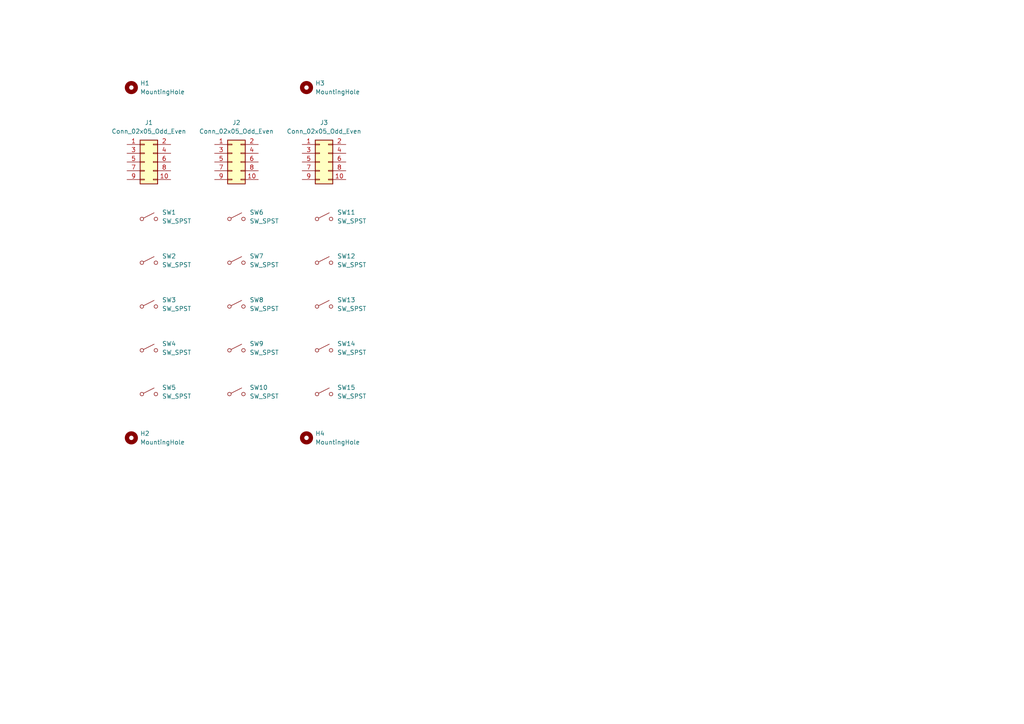
<source format=kicad_sch>
(kicad_sch (version 20231120) (generator "eeschema") (generator_version "8.0")
  (paper "A4")
  (lib_symbols
    (symbol "Connector_Generic:Conn_02x05_Odd_Even" (pin_names (offset 1.016) hide)
      (property "Reference" "J" (at 1.27 7.62 0))
      (property "Value" "Conn_02x05_Odd_Even" (at 1.27 -7.62 0))
      (symbol "Conn_02x05_Odd_Even_1_1"
        (rectangle (start -1.27 -4.953) (end 0 -5.207) (stroke (width 0.1524)))
        (rectangle (start -1.27 -2.413) (end 0 -2.667) (stroke (width 0.1524)))
        (rectangle (start -1.27 0.127) (end 0 -0.127) (stroke (width 0.1524)))
        (rectangle (start -1.27 2.667) (end 0 2.413) (stroke (width 0.1524)))
        (rectangle (start -1.27 5.207) (end 0 4.953) (stroke (width 0.1524)))
        (rectangle (start -1.27 6.35) (end 3.81 -6.35) (stroke (width 0.254)) (fill (type background)))
        (rectangle (start 3.81 -4.953) (end 2.54 -5.207) (stroke (width 0.1524)))
        (rectangle (start 3.81 -2.413) (end 2.54 -2.667) (stroke (width 0.1524)))
        (rectangle (start 3.81 0.127) (end 2.54 -0.127) (stroke (width 0.1524)))
        (rectangle (start 3.81 2.667) (end 2.54 2.413) (stroke (width 0.1524)))
        (rectangle (start 3.81 5.207) (end 2.54 4.953) (stroke (width 0.1524)))
        (pin passive line (at -5.08 5.08 0) (length 3.81) (name "Pin_1") (number "1"))
        (pin passive line (at 7.62 -5.08 180) (length 3.81) (name "Pin_10") (number "10"))
        (pin passive line (at 7.62 5.08 180) (length 3.81) (name "Pin_2") (number "2"))
        (pin passive line (at -5.08 2.54 0) (length 3.81) (name "Pin_3") (number "3"))
        (pin passive line (at 7.62 2.54 180) (length 3.81) (name "Pin_4") (number "4"))
        (pin passive line (at -5.08 0 0) (length 3.81) (name "Pin_5") (number "5"))
        (pin passive line (at 7.62 0 180) (length 3.81) (name "Pin_6") (number "6"))
        (pin passive line (at -5.08 -2.54 0) (length 3.81) (name "Pin_7") (number "7"))
        (pin passive line (at 7.62 -2.54 180) (length 3.81) (name "Pin_8") (number "8"))
        (pin passive line (at -5.08 -5.08 0) (length 3.81) (name "Pin_9") (number "9"))
      )
    )
    (symbol "EXC:SW_SPST_MOUNT" (pin_names (offset 0) hide)
      (property "Reference" "SW" (at 0 3.175 0))
      (property "Value" "SW_SPST_MOUNT" (at 0 -2.54 0))
      (symbol "SW_SPST_MOUNT_0_0"
        (circle (center -2.032 0) (radius 0.508))
        (polyline (pts (xy -1.524 0.254) (xy 1.524 1.778)))
        (circle (center 2.032 0) (radius 0.508))
      )
    )
    (symbol "Mechanical:MountingHole" (pin_names (offset 1.016)) (exclude_from_sim yes) (in_bom no)
      (property "Reference" "H" (at 0 5.08 0))
      (property "Value" "MountingHole" (at 0 3.175 0))
      (symbol "MountingHole_0_1"
        (circle (center 0 0) (radius 1.27) (stroke (width 1.27)))
      )
    )
  )
  (symbol (lib_id "Connector_Generic:Conn_02x05_Odd_Even") (at 41.91 46.99 0) (unit 1)
    (property "Reference" "J1" (at 43.18 35.56 0))
    (property "Value" "Conn_02x05_Odd_Even" (at 43.18 38.1 0))
    (property "Footprint" "Connector_PinSocket_2.54mm:PinSocket_2x05_P2.54mm_Vertical" (effects (hide yes)))
    (property "Description" "Generic connector, double row, 02x05, odd/even pin numbering scheme (row 1 odd numbers, row 2 even numbers), script generated (kicad-library-utils/schlib/autogen/connector/)" (effects (hide yes)))
  )
  (symbol (lib_id "Mechanical:MountingHole") (at 88.9 127 0) (unit 1) (exclude_from_sim yes) (in_bom no)
    (property "Reference" "H4" (at 91.44 125.7299 0) (effects (justify left)))
    (property "Value" "MountingHole" (at 91.44 128.2699 0) (effects (justify left)))
    (property "Footprint" "MountingHole:MountingHole_3.2mm_M3" (effects (hide yes)))
    (property "Description" "Mounting Hole without connection" (effects (hide yes)))
  )
  (symbol (lib_id "EXC:SW_SPST_MOUNT") (at 43.18 114.3 0) (unit 1)
    (property "Reference" "SW5" (at 46.99 112.3949 0) (effects (justify left)))
    (property "Value" "SW_SPST" (at 46.99 114.9349 0) (effects (justify left)))
    (property "Footprint" "EXC:SW_Cherry_MX_1.00u_Mount" (effects (hide yes)))
    (property "Description" "Single Pole Single Throw (SPST) switch" (effects (hide yes)))
  )
  (symbol (lib_id "EXC:SW_SPST_MOUNT") (at 43.18 63.5 0) (unit 1)
    (property "Reference" "SW1" (at 46.99 61.5949 0) (effects (justify left)))
    (property "Value" "SW_SPST" (at 46.99 64.1349 0) (effects (justify left)))
    (property "Footprint" "EXC:SW_Cherry_MX_1.00u_Mount" (effects (hide yes)))
    (property "Description" "Single Pole Single Throw (SPST) switch" (effects (hide yes)))
  )
  (symbol (lib_id "EXC:SW_SPST_MOUNT") (at 43.18 88.9 0) (unit 1)
    (property "Reference" "SW3" (at 46.99 86.9949 0) (effects (justify left)))
    (property "Value" "SW_SPST" (at 46.99 89.5349 0) (effects (justify left)))
    (property "Footprint" "EXC:SW_Cherry_MX_1.00u_Mount" (effects (hide yes)))
    (property "Description" "Single Pole Single Throw (SPST) switch" (effects (hide yes)))
  )
  (symbol (lib_id "EXC:SW_SPST_MOUNT") (at 93.98 101.6 0) (unit 1)
    (property "Reference" "SW14" (at 97.79 99.6949 0) (effects (justify left)))
    (property "Value" "SW_SPST" (at 97.79 102.2349 0) (effects (justify left)))
    (property "Footprint" "EXC:SW_Cherry_MX_1.00u_Mount" (effects (hide yes)))
    (property "Description" "Single Pole Single Throw (SPST) switch" (effects (hide yes)))
  )
  (symbol (lib_id "EXC:SW_SPST_MOUNT") (at 93.98 114.3 0) (unit 1)
    (property "Reference" "SW15" (at 97.79 112.3949 0) (effects (justify left)))
    (property "Value" "SW_SPST" (at 97.79 114.9349 0) (effects (justify left)))
    (property "Footprint" "EXC:SW_Cherry_MX_1.00u_Mount" (effects (hide yes)))
    (property "Description" "Single Pole Single Throw (SPST) switch" (effects (hide yes)))
  )
  (symbol (lib_id "Connector_Generic:Conn_02x05_Odd_Even") (at 67.31 46.99 0) (unit 1)
    (property "Reference" "J2" (at 68.58 35.56 0))
    (property "Value" "Conn_02x05_Odd_Even" (at 68.58 38.1 0))
    (property "Footprint" "Connector_PinSocket_2.54mm:PinSocket_2x05_P2.54mm_Vertical" (effects (hide yes)))
    (property "Description" "Generic connector, double row, 02x05, odd/even pin numbering scheme (row 1 odd numbers, row 2 even numbers), script generated (kicad-library-utils/schlib/autogen/connector/)" (effects (hide yes)))
  )
  (symbol (lib_id "EXC:SW_SPST_MOUNT") (at 68.58 88.9 0) (unit 1)
    (property "Reference" "SW8" (at 72.39 86.9949 0) (effects (justify left)))
    (property "Value" "SW_SPST" (at 72.39 89.5349 0) (effects (justify left)))
    (property "Footprint" "EXC:SW_Cherry_MX_1.00u_Mount" (effects (hide yes)))
    (property "Description" "Single Pole Single Throw (SPST) switch" (effects (hide yes)))
  )
  (symbol (lib_id "EXC:SW_SPST_MOUNT") (at 68.58 63.5 0) (unit 1)
    (property "Reference" "SW6" (at 72.39 61.5949 0) (effects (justify left)))
    (property "Value" "SW_SPST" (at 72.39 64.1349 0) (effects (justify left)))
    (property "Footprint" "EXC:SW_Cherry_MX_1.00u_Mount" (effects (hide yes)))
    (property "Description" "Single Pole Single Throw (SPST) switch" (effects (hide yes)))
  )
  (symbol (lib_id "Mechanical:MountingHole") (at 88.9 25.4 0) (unit 1) (exclude_from_sim yes) (in_bom no)
    (property "Reference" "H3" (at 91.44 24.1299 0) (effects (justify left)))
    (property "Value" "MountingHole" (at 91.44 26.6699 0) (effects (justify left)))
    (property "Footprint" "MountingHole:MountingHole_3.2mm_M3" (effects (hide yes)))
    (property "Description" "Mounting Hole without connection" (effects (hide yes)))
  )
  (symbol (lib_id "Connector_Generic:Conn_02x05_Odd_Even") (at 92.71 46.99 0) (unit 1)
    (property "Reference" "J3" (at 93.98 35.56 0))
    (property "Value" "Conn_02x05_Odd_Even" (at 93.98 38.1 0))
    (property "Footprint" "Connector_PinSocket_2.54mm:PinSocket_2x05_P2.54mm_Vertical" (effects (hide yes)))
    (property "Description" "Generic connector, double row, 02x05, odd/even pin numbering scheme (row 1 odd numbers, row 2 even numbers), script generated (kicad-library-utils/schlib/autogen/connector/)" (effects (hide yes)))
  )
  (symbol (lib_id "EXC:SW_SPST_MOUNT") (at 43.18 101.6 0) (unit 1)
    (property "Reference" "SW4" (at 46.99 99.6949 0) (effects (justify left)))
    (property "Value" "SW_SPST" (at 46.99 102.2349 0) (effects (justify left)))
    (property "Footprint" "EXC:SW_Cherry_MX_1.00u_Mount" (effects (hide yes)))
    (property "Description" "Single Pole Single Throw (SPST) switch" (effects (hide yes)))
  )
  (symbol (lib_id "EXC:SW_SPST_MOUNT") (at 68.58 114.3 0) (unit 1)
    (property "Reference" "SW10" (at 72.39 112.3949 0) (effects (justify left)))
    (property "Value" "SW_SPST" (at 72.39 114.9349 0) (effects (justify left)))
    (property "Footprint" "EXC:SW_Cherry_MX_1.00u_Mount" (effects (hide yes)))
    (property "Description" "Single Pole Single Throw (SPST) switch" (effects (hide yes)))
  )
  (symbol (lib_id "EXC:SW_SPST_MOUNT") (at 68.58 101.6 0) (unit 1)
    (property "Reference" "SW9" (at 72.39 99.6949 0) (effects (justify left)))
    (property "Value" "SW_SPST" (at 72.39 102.2349 0) (effects (justify left)))
    (property "Footprint" "EXC:SW_Cherry_MX_1.00u_Mount" (effects (hide yes)))
    (property "Description" "Single Pole Single Throw (SPST) switch" (effects (hide yes)))
  )
  (symbol (lib_id "EXC:SW_SPST_MOUNT") (at 93.98 88.9 0) (unit 1)
    (property "Reference" "SW13" (at 97.79 86.9949 0) (effects (justify left)))
    (property "Value" "SW_SPST" (at 97.79 89.5349 0) (effects (justify left)))
    (property "Footprint" "EXC:SW_Cherry_MX_1.00u_Mount" (effects (hide yes)))
    (property "Description" "Single Pole Single Throw (SPST) switch" (effects (hide yes)))
  )
  (symbol (lib_id "EXC:SW_SPST_MOUNT") (at 68.58 76.2 0) (unit 1)
    (property "Reference" "SW7" (at 72.39 74.2949 0) (effects (justify left)))
    (property "Value" "SW_SPST" (at 72.39 76.8349 0) (effects (justify left)))
    (property "Footprint" "EXC:SW_Cherry_MX_1.00u_Mount" (effects (hide yes)))
    (property "Description" "Single Pole Single Throw (SPST) switch" (effects (hide yes)))
  )
  (symbol (lib_id "EXC:SW_SPST_MOUNT") (at 93.98 63.5 0) (unit 1)
    (property "Reference" "SW11" (at 97.79 61.5949 0) (effects (justify left)))
    (property "Value" "SW_SPST" (at 97.79 64.1349 0) (effects (justify left)))
    (property "Footprint" "EXC:SW_Cherry_MX_1.00u_Mount" (effects (hide yes)))
    (property "Description" "Single Pole Single Throw (SPST) switch" (effects (hide yes)))
  )
  (symbol (lib_id "EXC:SW_SPST_MOUNT") (at 93.98 76.2 0) (unit 1)
    (property "Reference" "SW12" (at 97.79 74.2949 0) (effects (justify left)))
    (property "Value" "SW_SPST" (at 97.79 76.8349 0) (effects (justify left)))
    (property "Footprint" "EXC:SW_Cherry_MX_1.00u_Mount" (effects (hide yes)))
    (property "Description" "Single Pole Single Throw (SPST) switch" (effects (hide yes)))
  )
  (symbol (lib_id "EXC:SW_SPST_MOUNT") (at 43.18 76.2 0) (unit 1)
    (property "Reference" "SW2" (at 46.99 74.2949 0) (effects (justify left)))
    (property "Value" "SW_SPST" (at 46.99 76.8349 0) (effects (justify left)))
    (property "Footprint" "EXC:SW_Cherry_MX_1.00u_Mount" (effects (hide yes)))
    (property "Description" "Single Pole Single Throw (SPST) switch" (effects (hide yes)))
  )
  (symbol (lib_id "Mechanical:MountingHole") (at 38.1 25.4 0) (unit 1) (exclude_from_sim yes) (in_bom no)
    (property "Reference" "H1" (at 40.64 24.1299 0) (effects (justify left)))
    (property "Value" "MountingHole" (at 40.64 26.6699 0) (effects (justify left)))
    (property "Footprint" "MountingHole:MountingHole_3.2mm_M3" (effects (hide yes)))
    (property "Description" "Mounting Hole without connection" (effects (hide yes)))
  )
  (symbol (lib_id "Mechanical:MountingHole") (at 38.1 127 0) (unit 1) (exclude_from_sim yes) (in_bom no)
    (property "Reference" "H2" (at 40.64 125.7299 0) (effects (justify left)))
    (property "Value" "MountingHole" (at 40.64 128.2699 0) (effects (justify left)))
    (property "Footprint" "MountingHole:MountingHole_3.2mm_M3" (effects (hide yes)))
    (property "Description" "Mounting Hole without connection" (effects (hide yes)))
  )
)
</source>
